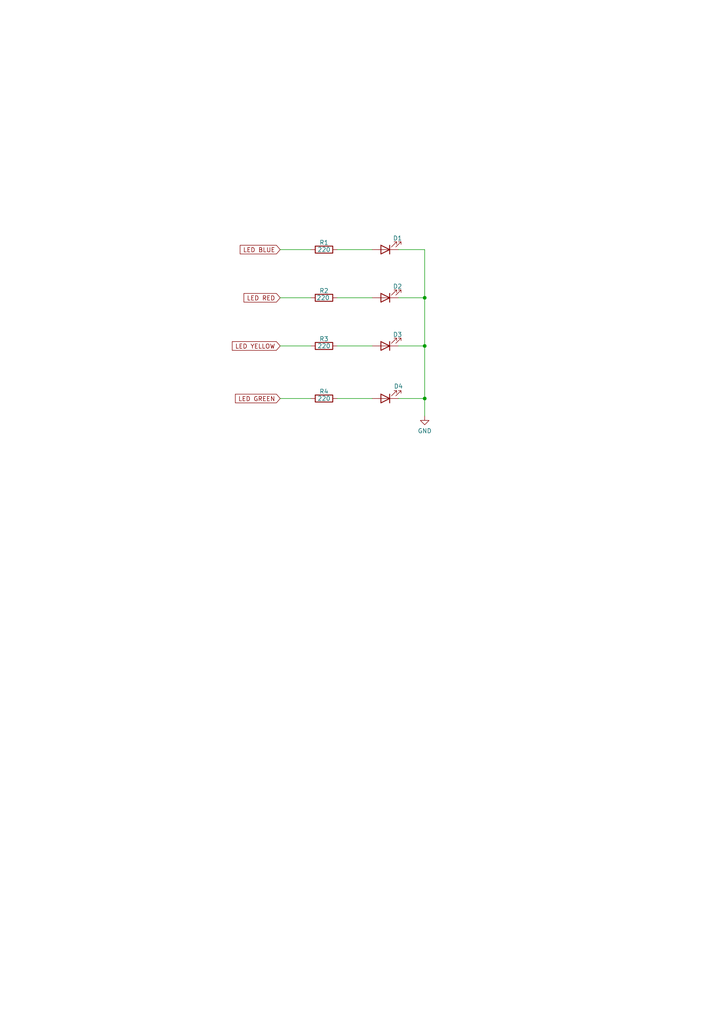
<source format=kicad_sch>
(kicad_sch (version 20231120) (generator "eeschema") (generator_version "8.0")
  (paper "A4" portrait)
  (title_block (title "LED") (date "2024-04-04") (rev "0.0.1"))
  (lib_symbols
    (symbol "Device:LED" (pin_numbers hide) (pin_names (offset 1.016) hide)
      (property "Reference" "D" (at 0 2.54 0))
      (property "Value" "LED" (at 0 -2.54 0))
      (symbol "LED_0_1"
        (polyline (pts (xy -1.27 -1.27) (xy -1.27 1.27)) (stroke (width 0.254)))
        (polyline (pts (xy -1.27 0) (xy 1.27 0)))
        (polyline (pts (xy 1.27 -1.27) (xy 1.27 1.27) (xy -1.27 0) (xy 1.27 -1.27)) (stroke (width 0.254)))
        (polyline (pts (xy -3.048 -0.762) (xy -4.572 -2.286) (xy -3.81 -2.286) (xy -4.572 -2.286) (xy -4.572 -1.524)))
        (polyline (pts (xy -1.778 -0.762) (xy -3.302 -2.286) (xy -2.54 -2.286) (xy -3.302 -2.286) (xy -3.302 -1.524)))
      )
      (symbol "LED_1_1"
        (pin passive line (at -3.81 0 0) (length 2.54) (name "K") (number "1"))
        (pin passive line (at 3.81 0 180) (length 2.54) (name "A") (number "2"))
      )
    )
    (symbol "Device:R" (pin_numbers hide) (pin_names (offset 0))
      (property "Reference" "R" (at 2.032 0 90))
      (property "Value" "R" (at 0 0 90))
      (symbol "R_0_1"
        (rectangle (start -1.016 -2.54) (end 1.016 2.54) (stroke (width 0.254)))
      )
      (symbol "R_1_1"
        (pin passive line (at 0 3.81 270) (length 1.27) (name "~") (number "1"))
        (pin passive line (at 0 -3.81 90) (length 1.27) (name "~") (number "2"))
      )
    )
    (symbol "R_1" (pin_numbers hide) (pin_names (offset 0) hide)
      (property "Reference" "R" (at 2.032 0 90))
      (property "Value" "R" (at 0 0 90))
      (symbol "R_1_0_1"
        (rectangle (start -1.016 -2.54) (end 1.016 2.54) (stroke (width 0.254)))
      )
      (symbol "R_1_1_1"
        (pin passive line (at 0 3.81 270) (length 1.27) (name "~") (number "1"))
        (pin passive line (at 0 -3.81 90) (length 1.27) (name "~") (number "2"))
      )
    )
    (symbol "power:GND" (power) (pin_numbers hide) (pin_names (offset 0) hide)
      (property "Value" "GND" (at 0 -3.81 0))
      (symbol "GND_0_1"
        (polyline (pts (xy 0 0) (xy 0 -1.27) (xy 1.27 -1.27) (xy 0 -2.54) (xy -1.27 -1.27) (xy 0 -1.27)))
      )
      (symbol "GND_1_1"
        (pin power_in line (at 0 0 270) (length 0) (name "~") (number "1"))
      )
    )
  )
  (junction (at 123.19 115.57))
  (junction (at 123.19 86.36))
  (junction (at 123.19 100.33))
  (wire (pts (xy 123.19 72.39) (xy 115.57 72.39)))
  (wire (pts (xy 97.79 115.57) (xy 107.95 115.57)))
  (wire (pts (xy 81.28 72.39) (xy 90.17 72.39)))
  (wire (pts (xy 123.19 100.33) (xy 123.19 115.57)))
  (wire (pts (xy 97.79 72.39) (xy 107.95 72.39)))
  (wire (pts (xy 115.57 100.33) (xy 123.19 100.33)))
  (wire (pts (xy 81.28 115.57) (xy 90.17 115.57)))
  (wire (pts (xy 123.19 115.57) (xy 123.19 120.65)))
  (wire (pts (xy 97.79 100.33) (xy 107.95 100.33)))
  (wire (pts (xy 123.19 72.39) (xy 123.19 86.36)))
  (wire (pts (xy 97.79 86.36) (xy 107.95 86.36)))
  (wire (pts (xy 115.57 115.57) (xy 123.19 115.57)))
  (wire (pts (xy 123.19 86.36) (xy 123.19 100.33)))
  (wire (pts (xy 115.57 86.36) (xy 123.19 86.36)))
  (wire (pts (xy 81.28 100.33) (xy 90.17 100.33)))
  (wire (pts (xy 81.28 86.36) (xy 90.17 86.36)))
  (global_label "LED YELLOW" (shape input) (at 81.28 100.33 180) (property "Intersheetrefs" "${INTERSHEET_REFS}" (effects (hide yes))))
  (global_label "LED BLUE" (shape input) (at 81.28 72.39 180) (property "Intersheetrefs" "${INTERSHEET_REFS}" (effects (hide yes))))
  (global_label "LED GREEN" (shape input) (at 81.28 115.57 180) (property "Intersheetrefs" "${INTERSHEET_REFS}" (effects (hide yes))))
  (global_label "LED RED" (shape input) (at 81.28 86.36 180) (property "Intersheetrefs" "${INTERSHEET_REFS}" (effects (hide yes))))
  (symbol (lib_id "Device:LED") (at 111.76 115.57 180) (unit 1)
    (property "Reference" "D4" (at 115.57 112.014 0))
    (property "Value" "LED" (effects (hide yes)))
    (property "Footprint" "CUSTOM_Footprint:LED-RED-3MM-ROUND" (effects (hide yes)))
    (property "Datasheet" "https://www.reichelt.de/led-3-mm-bedrahtet-gruen-9-mcd-60--wue-151031vs0600-p230887.html?&trstct=pol_11&nbc=1" (effects (hide yes)))
    (property "Description" "WUE LED GREEN 3MM" (effects (hide yes)))
  )
  (symbol (lib_id "Device:LED") (at 111.76 72.39 180) (unit 1)
    (property "Reference" "D1" (at 115.316 69.088 0))
    (property "Value" "LED" (effects (hide yes)))
    (property "Footprint" "CUSTOM_Footprint:LED-RED-3MM-ROUND" (effects (hide yes)))
    (property "Datasheet" "https://www.reichelt.de/led-3-mm-bedrahtet-blau-2400-mcd-30--wue-151034bs0300-p230893.html?&trstct=pol_1&nbc=1" (effects (hide yes)))
    (property "Description" "WUE BLUE 3MM" (effects (hide yes)))
  )
  (symbol (lib_id "Device:R") (at 93.98 72.39 90) (unit 1)
    (property "Reference" "R1" (at 93.98 70.358 90))
    (property "Value" "220" (at 93.98 72.39 90))
    (property "Footprint" "Resistor_THT:R_Axial_DIN0207_L6.3mm_D2.5mm_P7.62mm_Horizontal" (effects (hide yes)))
    (property "Datasheet" "https://www.reichelt.de/widerstand-metallschicht-220-ohm-0207-0-6-w-1--metall-220-p11627.html" (effects (hide yes)))
    (property "Description" "Resistor" (effects (hide yes)))
  )
  (symbol (lib_name "R_1") (lib_id "Device:R") (at 93.98 100.33 90) (unit 1)
    (property "Reference" "R3" (at 93.98 98.298 90))
    (property "Value" "220" (at 93.98 100.33 90))
    (property "Footprint" "Resistor_THT:R_Axial_DIN0207_L6.3mm_D2.5mm_P7.62mm_Horizontal" (effects (hide yes)))
    (property "Datasheet" "https://www.reichelt.de/widerstand-metallschicht-220-ohm-0207-0-6-w-1--metall-220-p11627.html" (effects (hide yes)))
    (property "Description" "Resistor" (effects (hide yes)))
  )
  (symbol (lib_id "Device:R") (at 93.98 86.36 90) (unit 1)
    (property "Reference" "R2" (at 93.98 84.328 90))
    (property "Value" "220" (at 93.726 86.36 90))
    (property "Footprint" "Resistor_THT:R_Axial_DIN0207_L6.3mm_D2.5mm_P7.62mm_Horizontal" (effects (hide yes)))
    (property "Datasheet" "https://www.reichelt.de/widerstand-metallschicht-220-ohm-0207-0-6-w-1--metall-220-p11627.html" (effects (hide yes)))
    (property "Description" "Resistor" (effects (hide yes)))
  )
  (symbol (lib_id "Device:LED") (at 111.76 86.36 180) (unit 1)
    (property "Reference" "D2" (at 115.316 83.058 0))
    (property "Value" "LED" (effects (hide yes)))
    (property "Footprint" "CUSTOM_Footprint:LED-RED-3MM-ROUND" (effects (hide yes)))
    (property "Datasheet" "https://www.reichelt.de/led-3-mm-bedrahtet-rot-9-mcd-60--wue-151031ss0600-p230886.html?&trstct=pol_10&nbc=1" (effects (hide yes)))
    (property "Description" "WUE RED 3MM" (effects (hide yes)))
  )
  (symbol (lib_id "power:GND") (at 123.19 120.65 0) (unit 1)
    (property "Reference" "#PWR02" (effects (hide yes)))
    (property "Value" "GND" (at 123.19 124.968 0))
    (property "Description" "Power symbol creates a global label with name \"GND\" , ground" (effects (hide yes)))
  )
  (symbol (lib_id "Device:LED") (at 111.76 100.33 180) (unit 1)
    (property "Reference" "D3" (at 115.316 97.028 0))
    (property "Value" "LED" (effects (hide yes)))
    (property "Footprint" "CUSTOM_Footprint:LED-RED-3MM-ROUND" (effects (hide yes)))
    (property "Datasheet" "https://www.reichelt.de/led-3-mm-bedrahtet-gelb-60-mcd-60--wue-151031ys0600-p230888.html?&trstct=pol_12&nbc=1" (effects (hide yes)))
    (property "Description" "WUE LED YELLOW 3MM" (effects (hide yes)))
  )
  (symbol (lib_id "Device:R") (at 93.98 115.57 90) (unit 1)
    (property "Reference" "R4" (at 93.98 113.538 90))
    (property "Value" "220" (at 93.98 115.57 90))
    (property "Footprint" "Resistor_THT:R_Axial_DIN0207_L6.3mm_D2.5mm_P7.62mm_Horizontal" (effects (hide yes)))
    (property "Datasheet" "https://www.reichelt.de/widerstand-metallschicht-220-ohm-0207-0-6-w-1--metall-220-p11627.html" (effects (hide yes)))
    (property "Description" "Resistor" (effects (hide yes)))
  )
)
</source>
